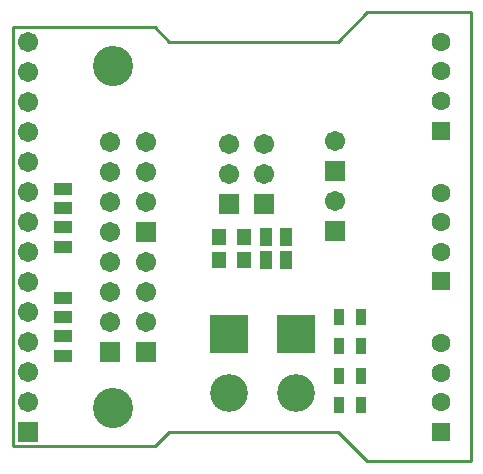
<source format=gts>
G04*
G04 #@! TF.GenerationSoftware,Altium Limited,Altium Designer,24.0.1 (36)*
G04*
G04 Layer_Color=8388736*
%FSLAX25Y25*%
%MOIN*%
G70*
G04*
G04 #@! TF.SameCoordinates,1973DDD8-50FA-473A-AABA-CD6713E7F6C3*
G04*
G04*
G04 #@! TF.FilePolarity,Negative*
G04*
G01*
G75*
%ADD13C,0.00984*%
%ADD14R,0.03740X0.05512*%
%ADD18R,0.06115X0.04147*%
%ADD19R,0.05131X0.05524*%
%ADD20R,0.04147X0.06115*%
%ADD21C,0.12611*%
%ADD22R,0.12611X0.12611*%
%ADD23C,0.06312*%
%ADD24R,0.06312X0.06312*%
%ADD25C,0.06706*%
%ADD26R,0.06706X0.06706*%
%ADD27C,0.13398*%
D13*
X152559Y-4921D02*
Y144685D01*
X0Y0D02*
Y139764D01*
Y0D02*
X47244D01*
X52165Y4921D01*
X108268D01*
X118110Y-4921D01*
X152559D01*
X118110Y144685D02*
X152559D01*
X108268Y134843D02*
X118110Y144685D01*
X52165Y134843D02*
X108268D01*
X47244Y139764D02*
X52165Y134843D01*
X0Y139764D02*
X47244D01*
D14*
X108563Y43307D02*
D03*
X115847D02*
D03*
X108563Y33465D02*
D03*
X115847D02*
D03*
X108563Y23622D02*
D03*
X115847D02*
D03*
X108563Y13780D02*
D03*
X115847D02*
D03*
D18*
X16732Y43012D02*
D03*
Y49508D02*
D03*
Y30217D02*
D03*
Y36713D02*
D03*
Y85925D02*
D03*
Y79429D02*
D03*
Y66634D02*
D03*
Y73130D02*
D03*
D19*
X76969Y62008D02*
D03*
X68701D02*
D03*
X76969Y69882D02*
D03*
X68701D02*
D03*
D20*
X90847Y62008D02*
D03*
X84350D02*
D03*
X90847Y69882D02*
D03*
X84350D02*
D03*
D21*
X94488Y17717D02*
D03*
X71850D02*
D03*
D22*
X94488Y37402D02*
D03*
X71850D02*
D03*
D23*
X142717Y125000D02*
D03*
Y115157D02*
D03*
Y134843D02*
D03*
Y74803D02*
D03*
Y64961D02*
D03*
Y84646D02*
D03*
Y24606D02*
D03*
Y14764D02*
D03*
Y34449D02*
D03*
D24*
Y105315D02*
D03*
Y55118D02*
D03*
Y4921D02*
D03*
D25*
X71850Y100709D02*
D03*
Y90709D02*
D03*
X44291Y81535D02*
D03*
Y91535D02*
D03*
Y101535D02*
D03*
X83661Y100709D02*
D03*
Y90709D02*
D03*
X107283Y101850D02*
D03*
Y81850D02*
D03*
X44291Y61496D02*
D03*
Y51496D02*
D03*
Y41496D02*
D03*
X32480Y41496D02*
D03*
Y51496D02*
D03*
Y61496D02*
D03*
Y71496D02*
D03*
Y81496D02*
D03*
Y91496D02*
D03*
Y101496D02*
D03*
X4921Y134921D02*
D03*
Y124921D02*
D03*
Y114921D02*
D03*
Y104921D02*
D03*
Y94921D02*
D03*
Y84921D02*
D03*
Y74921D02*
D03*
Y64921D02*
D03*
Y54921D02*
D03*
Y44921D02*
D03*
Y34921D02*
D03*
Y24921D02*
D03*
Y14921D02*
D03*
D26*
X71850Y80709D02*
D03*
X44291Y71535D02*
D03*
X83661Y80709D02*
D03*
X107283Y91850D02*
D03*
Y71850D02*
D03*
X44291Y31496D02*
D03*
X32480Y31496D02*
D03*
X4921Y4921D02*
D03*
D27*
X33465Y12795D02*
D03*
Y126969D02*
D03*
M02*

</source>
